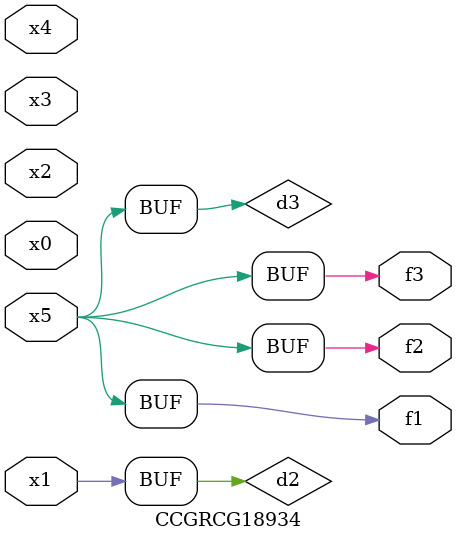
<source format=v>
module CCGRCG18934(
	input x0, x1, x2, x3, x4, x5,
	output f1, f2, f3
);

	wire d1, d2, d3;

	not (d1, x5);
	or (d2, x1);
	xnor (d3, d1);
	assign f1 = d3;
	assign f2 = d3;
	assign f3 = d3;
endmodule

</source>
